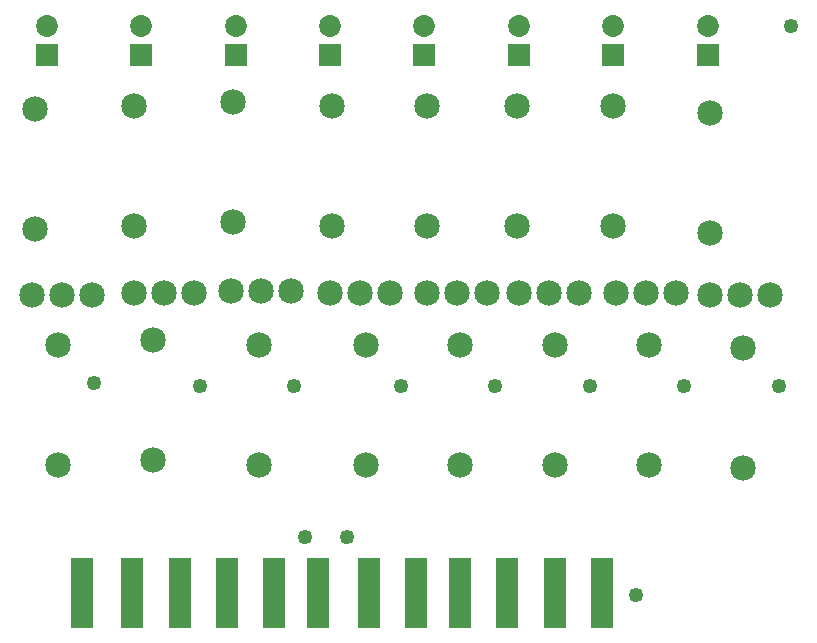
<source format=gts>
G04 MADE WITH FRITZING*
G04 WWW.FRITZING.ORG*
G04 DOUBLE SIDED*
G04 HOLES PLATED*
G04 CONTOUR ON CENTER OF CONTOUR VECTOR*
%ASAXBY*%
%FSLAX23Y23*%
%MOIN*%
%OFA0B0*%
%SFA1.0B1.0*%
%ADD10C,0.049370*%
%ADD11C,0.085000*%
%ADD12C,0.072992*%
%ADD13R,0.076097X0.233103*%
%ADD14R,0.072992X0.072992*%
%LNMASK1*%
G90*
G70*
G54D10*
X2239Y127D03*
G54D11*
X2685Y1128D03*
X2585Y1128D03*
X2485Y1128D03*
X2370Y1136D03*
X2270Y1136D03*
X2170Y1136D03*
X2047Y1136D03*
X1947Y1136D03*
X1847Y1136D03*
X1740Y1136D03*
X1640Y1136D03*
X1540Y1136D03*
X1417Y1136D03*
X1317Y1136D03*
X1217Y1136D03*
X1087Y1143D03*
X987Y1143D03*
X887Y1143D03*
X764Y1136D03*
X664Y1136D03*
X564Y1136D03*
X425Y1128D03*
X325Y1128D03*
X225Y1128D03*
X233Y1750D03*
X233Y1350D03*
X2485Y1734D03*
X2485Y1334D03*
X2162Y1758D03*
X2162Y1358D03*
X1840Y1758D03*
X1840Y1358D03*
X1540Y1758D03*
X1540Y1358D03*
X1225Y1758D03*
X1225Y1358D03*
X895Y1773D03*
X895Y1373D03*
X564Y1758D03*
X564Y1358D03*
X2595Y953D03*
X2595Y553D03*
X2280Y962D03*
X2280Y562D03*
X1966Y962D03*
X1966Y562D03*
X1651Y962D03*
X1651Y562D03*
X1336Y962D03*
X1336Y562D03*
X981Y962D03*
X981Y562D03*
X627Y978D03*
X627Y578D03*
X312Y962D03*
X312Y562D03*
G54D12*
X2477Y1927D03*
X2477Y2025D03*
X2162Y1927D03*
X2162Y2025D03*
X1847Y1927D03*
X1847Y2025D03*
X1532Y1927D03*
X1532Y2025D03*
X1217Y1927D03*
X1217Y2025D03*
X903Y1927D03*
X903Y2025D03*
X588Y1927D03*
X588Y2025D03*
X273Y1927D03*
X273Y2025D03*
G54D10*
X2753Y2025D03*
X430Y836D03*
X784Y826D03*
X1099Y826D03*
X1454Y826D03*
X1769Y826D03*
X2084Y826D03*
X2399Y826D03*
X2714Y826D03*
X1133Y323D03*
X1273Y323D03*
G54D13*
X2123Y136D03*
X1966Y136D03*
X1808Y136D03*
X1651Y136D03*
X1504Y136D03*
X1347Y136D03*
X1178Y136D03*
X1032Y136D03*
X874Y136D03*
X717Y136D03*
X559Y136D03*
X391Y136D03*
G54D14*
X2477Y1927D03*
X2162Y1927D03*
X1847Y1927D03*
X1532Y1927D03*
X1217Y1927D03*
X903Y1927D03*
X588Y1927D03*
X273Y1927D03*
G04 End of Mask1*
M02*
</source>
